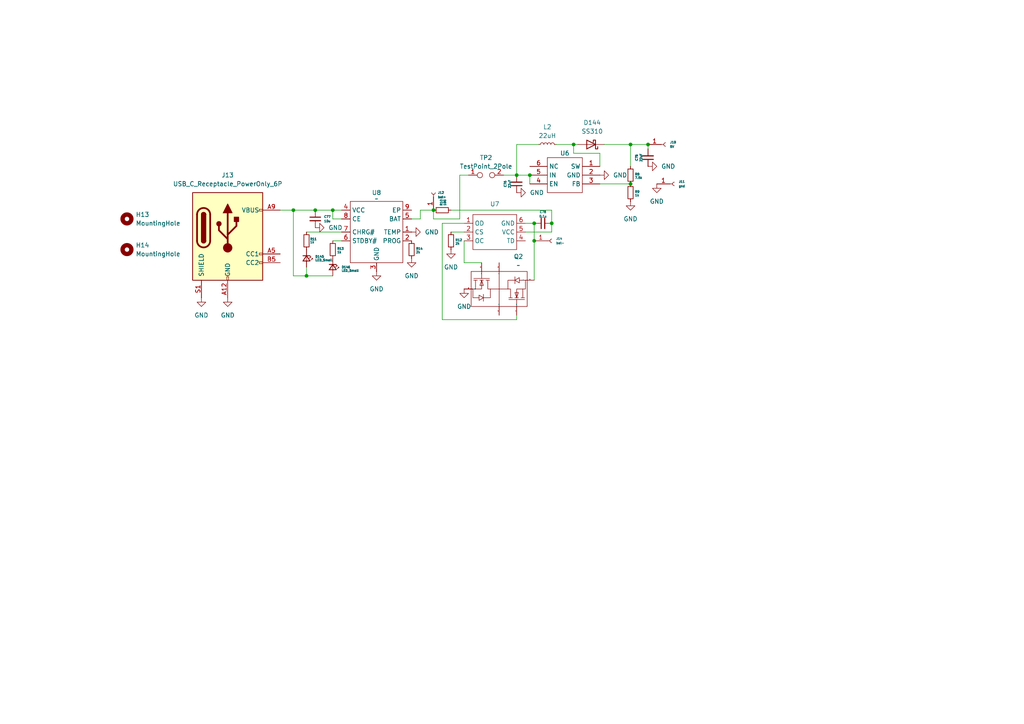
<source format=kicad_sch>
(kicad_sch (version 20250114) (generator "eeschema") (generator_version "9.0")
  (paper "A4")
  (lib_symbols
    (symbol "Connector:Conn_01x01_Socket" (pin_names (offset 1.016) (hide yes))
      (property "Reference" "J" (at 0 2.54 0))
      (property "Value" "Conn_01x01_Socket" (at 0 -2.54 0))
      (symbol "Conn_01x01_Socket_1_1"
        (polyline (pts (xy -1.27 0) (xy -0.508 0)) (stroke (width 0.1524)))
        (arc (start 0 -0.508) (mid -0.5058 0) (end 0 0.508) (stroke (width 0.1524)))
        (pin passive line (at -5.08 0 0) (length 3.81) (name "Pin_1") (number "1"))
      )
    )
    (symbol "Connector:TestPoint_2Pole" (pin_names (offset 0.762) (hide yes))
      (property "Reference" "TP" (at 0 1.524 0))
      (property "Value" "TestPoint_2Pole" (at 0 -1.778 0))
      (symbol "TestPoint_2Pole_0_1"
        (circle (center -1.778 0) (radius 0.762))
        (circle (center 1.778 0) (radius 0.762))
        (pin passive line (at -5.08 0 0) (length 2.54) (name "1") (number "1"))
        (pin passive line (at 5.08 0 180) (length 2.54) (name "2") (number "2"))
      )
    )
    (symbol "Connector:USB_C_Receptacle_PowerOnly_6P" (pin_names (offset 1.016))
      (property "Reference" "J" (at 0 16.51 0))
      (property "Value" "USB_C_Receptacle_PowerOnly_6P" (at 0 13.97 0))
      (symbol "USB_C_Receptacle_PowerOnly_6P_0_0"
        (rectangle (start -0.254 -12.7) (end 0.254 -11.684))
        (rectangle (start 10.16 7.874) (end 9.144 7.366))
        (rectangle (start 10.16 -4.826) (end 9.144 -5.334))
        (rectangle (start 10.16 -7.366) (end 9.144 -7.874))
      )
      (symbol "USB_C_Receptacle_PowerOnly_6P_0_1"
        (rectangle (start -10.16 12.7) (end 10.16 -12.7) (stroke (width 0.254)) (fill (type background)))
        (polyline (pts (xy -8.89 -1.27) (xy -8.89 6.35)) (stroke (width 0.508)))
        (rectangle (start -7.62 -1.27) (end -6.35 6.35) (stroke (width 0.254)) (fill (type outline)))
        (arc (start -7.62 6.35) (mid -6.985 6.9823) (end -6.35 6.35) (stroke (width 0.254)))
        (arc (start -7.62 6.35) (mid -6.985 6.9823) (end -6.35 6.35) (stroke (width 0.254)) (fill (type outline)))
        (arc (start -8.89 6.35) (mid -6.985 8.2467) (end -5.08 6.35) (stroke (width 0.508)))
        (arc (start -5.08 -1.27) (mid -6.985 -3.1667) (end -8.89 -1.27) (stroke (width 0.508)))
        (arc (start -6.35 -1.27) (mid -6.985 -1.9023) (end -7.62 -1.27) (stroke (width 0.254)))
        (arc (start -6.35 -1.27) (mid -6.985 -1.9023) (end -7.62 -1.27) (stroke (width 0.254)) (fill (type outline)))
        (polyline (pts (xy -5.08 6.35) (xy -5.08 -1.27)) (stroke (width 0.508)))
        (circle (center -2.54 3.683) (radius 0.635) (stroke (width 0.254)) (fill (type outline)))
        (polyline (pts (xy -1.27 6.858) (xy 0 9.398) (xy 1.27 6.858) (xy -1.27 6.858)) (stroke (width 0.254)) (fill (type outline)))
        (polyline (pts (xy 0 0.508) (xy 2.54 3.048) (xy 2.54 4.318)) (stroke (width 0.508)))
        (polyline (pts (xy 0 -0.762) (xy -2.54 1.778) (xy -2.54 3.048)) (stroke (width 0.508)))
        (polyline (pts (xy 0 -3.302) (xy 0 6.858)) (stroke (width 0.508)))
        (circle (center 0 -3.302) (radius 1.27) (fill (type outline)))
        (rectangle (start 1.905 4.318) (end 3.175 5.588) (stroke (width 0.254)) (fill (type outline)))
      )
      (symbol "USB_C_Receptacle_PowerOnly_6P_1_1"
        (pin passive line (at -7.62 -17.78 90) (length 5.08) (name "SHIELD") (number "S1"))
        (pin passive line (at 0 -17.78 90) (length 5.08) (name "GND") (number "A12"))
        (pin passive line (at 0 -17.78 90) (length 5.08) (hide yes) (name "GND") (number "B12"))
        (pin passive line (at 15.24 7.62 180) (length 5.08) (name "VBUS") (number "A9"))
        (pin passive line (at 15.24 7.62 180) (length 5.08) (hide yes) (name "VBUS") (number "B9"))
        (pin bidirectional line (at 15.24 -5.08 180) (length 5.08) (name "CC1") (number "A5"))
        (pin bidirectional line (at 15.24 -7.62 180) (length 5.08) (name "CC2") (number "B5"))
      )
    )
    (symbol "DW01+G ProLib Nov 19 2025:DW01+G"
      (property "Reference" "U?" (at 0 16.51 0))
      (property "Value" "~" (at 0 13.97 0))
      (symbol "DW01+G_1_0"
        (rectangle (start -6.35 11.43) (end 6.35 1.27))
        (pin unspecified line (at -8.89 8.89 0) (length 2.54) (name "OD") (number "1"))
        (pin unspecified line (at -8.89 6.35 0) (length 2.54) (name "CS") (number "2"))
        (pin unspecified line (at -8.89 3.81 0) (length 2.54) (name "OC") (number "3"))
        (pin unspecified line (at 8.89 8.89 180) (length 2.54) (name "GND") (number "6"))
        (pin unspecified line (at 8.89 6.35 180) (length 2.54) (name "VCC") (number "5"))
        (pin unspecified line (at 8.89 3.81 180) (length 2.54) (name "TD") (number "4"))
      )
    )
    (symbol "Device:C_Small" (pin_numbers (hide yes)) (pin_names (offset 0.254) (hide yes))
      (property "Reference" "C" (at 0.254 1.778 0))
      (property "Value" "C_Small" (at 0.254 -2.032 0))
      (symbol "C_Small_0_1"
        (polyline (pts (xy -1.524 0.508) (xy 1.524 0.508)) (stroke (width 0.3048)))
        (polyline (pts (xy -1.524 -0.508) (xy 1.524 -0.508)) (stroke (width 0.3302)))
      )
      (symbol "C_Small_1_1"
        (pin passive line (at 0 2.54 270) (length 2.032) (name "~") (number "1"))
        (pin passive line (at 0 -2.54 90) (length 2.032) (name "~") (number "2"))
      )
    )
    (symbol "Device:D_Schottky" (pin_numbers (hide yes)) (pin_names (offset 1.016) (hide yes))
      (property "Reference" "D" (at 0 2.54 0))
      (property "Value" "D_Schottky" (at 0 -2.54 0))
      (symbol "D_Schottky_0_1"
        (polyline (pts (xy -1.905 0.635) (xy -1.905 1.27) (xy -1.27 1.27) (xy -1.27 -1.27) (xy -0.635 -1.27) (xy -0.635 -0.635)) (stroke (width 0.254)))
        (polyline (pts (xy 1.27 1.27) (xy 1.27 -1.27) (xy -1.27 0) (xy 1.27 1.27)) (stroke (width 0.254)))
        (polyline (pts (xy 1.27 0) (xy -1.27 0)))
      )
      (symbol "D_Schottky_1_1"
        (pin passive line (at -3.81 0 0) (length 2.54) (name "K") (number "1"))
        (pin passive line (at 3.81 0 180) (length 2.54) (name "A") (number "2"))
      )
    )
    (symbol "Device:LED_Small" (pin_numbers (hide yes)) (pin_names (offset 0.254) (hide yes))
      (property "Reference" "D" (at -1.27 3.175 0))
      (property "Value" "LED_Small" (at -4.445 -2.54 0))
      (symbol "LED_Small_0_1"
        (polyline (pts (xy -0.762 -1.016) (xy -0.762 1.016)) (stroke (width 0.254)))
        (polyline (pts (xy 0 0.762) (xy -0.508 1.27) (xy -0.254 1.27) (xy -0.508 1.27) (xy -0.508 1.016)))
        (polyline (pts (xy 0.508 1.27) (xy 0 1.778) (xy 0.254 1.778) (xy 0 1.778) (xy 0 1.524)))
        (polyline (pts (xy 0.762 -1.016) (xy -0.762 0) (xy 0.762 1.016) (xy 0.762 -1.016)) (stroke (width 0.254)))
        (polyline (pts (xy 1.016 0) (xy -0.762 0)))
      )
      (symbol "LED_Small_1_1"
        (pin passive line (at -2.54 0 0) (length 1.778) (name "K") (number "1"))
        (pin passive line (at 2.54 0 180) (length 1.778) (name "A") (number "2"))
      )
    )
    (symbol "Device:L_Small" (pin_numbers (hide yes)) (pin_names (offset 0.254) (hide yes))
      (property "Reference" "L" (at 0.762 1.016 0))
      (property "Value" "L_Small" (at 0.762 -1.016 0))
      (symbol "L_Small_0_1"
        (arc (start 0 2.032) (mid 0.5058 1.524) (end 0 1.016))
        (arc (start 0 1.016) (mid 0.5058 0.508) (end 0 0))
        (arc (start 0 0) (mid 0.5058 -0.508) (end 0 -1.016))
        (arc (start 0 -1.016) (mid 0.5058 -1.524) (end 0 -2.032))
      )
      (symbol "L_Small_1_1"
        (pin passive line (at 0 2.54 270) (length 0.508) (name "~") (number "1"))
        (pin passive line (at 0 -2.54 90) (length 0.508) (name "~") (number "2"))
      )
    )
    (symbol "Device:R_Small" (pin_numbers (hide yes)) (pin_names (offset 0.254) (hide yes))
      (property "Reference" "R" (at 0 0 90))
      (property "Value" "R_Small" (at 1.778 0 90))
      (symbol "R_Small_0_1"
        (rectangle (start -0.762 1.778) (end 0.762 -1.778) (stroke (width 0.2032)))
      )
      (symbol "R_Small_1_1"
        (pin passive line (at 0 2.54 270) (length 0.762) (name "~") (number "1"))
        (pin passive line (at 0 -2.54 90) (length 0.762) (name "~") (number "2"))
      )
    )
    (symbol "FS8205 ProLib Nov 19 2025:FS8205"
      (property "Reference" "Q" (at 0 0 0))
      (symbol "FS8205_1_0"
        (rectangle (start -8.128 -5.08) (end 8.128 5.08))
        (polyline (pts (xy -7.366 2.54) (xy -6.35 2.54)))
        (polyline (pts (xy -6.858 0) (xy -6.858 2.54)))
        (polyline (pts (xy -5.588 2.54) (xy -4.572 2.54)))
        (polyline (pts (xy -5.08 5.08) (xy -5.08 3.048)))
        (polyline (pts (xy -5.08 2.54) (xy -5.588 1.016) (xy -5.588 1.016) (xy -4.572 1.016) (xy -4.572 1.016) (xy -5.08 2.54)))
        (polyline (pts (xy -5.08 2.54) (xy -5.08 0) (xy -5.08 0) (xy -7.62 0) (xy -7.62 0) (xy -7.62 -2.54) (xy -7.62 -2.54) (xy -5.842 -2.54)))
        (polyline (pts (xy -4.572 -2.54) (xy -5.842 -1.778) (xy -5.842 -1.778) (xy -5.842 -3.302) (xy -5.842 -3.302) (xy -4.572 -2.54)))
        (polyline (pts (xy -4.572 -3.556) (xy -4.572 -3.048) (xy -4.572 -3.048) (xy -4.572 -2.032) (xy -4.572 -2.032) (xy -4.572 -1.524)))
        (polyline (pts (xy -3.302 2.54) (xy -3.302 0) (xy -3.302 0) (xy -2.54 0) (xy -2.54 0) (xy -2.54 -2.54) (xy -2.54 -2.54) (xy -4.572 -2.54)))
        (polyline (pts (xy -2.794 3.048) (xy -7.366 3.048)))
        (polyline (pts (xy -2.794 2.54) (xy -3.81 2.54)))
        (polyline (pts (xy 0 5.08) (xy 0 -5.08)))
        (polyline (pts (xy 2.54 0) (xy -2.54 0)))
        (polyline (pts (xy 2.794 -2.54) (xy 3.81 -2.54)))
        (polyline (pts (xy 2.794 -3.048) (xy 7.366 -3.048)))
        (polyline (pts (xy 3.302 -2.54) (xy 3.302 0) (xy 3.302 0) (xy 2.54 0) (xy 2.54 0) (xy 2.54 2.54) (xy 2.54 2.54) (xy 4.572 2.54)))
        (polyline (pts (xy 4.572 3.556) (xy 4.572 3.048) (xy 4.572 3.048) (xy 4.572 2.032) (xy 4.572 2.032) (xy 4.572 1.524)))
        (polyline (pts (xy 4.572 2.54) (xy 5.842 1.778) (xy 5.842 1.778) (xy 5.842 3.302) (xy 5.842 3.302) (xy 4.572 2.54)))
        (polyline (pts (xy 5.08 -2.54) (xy 5.588 -1.016) (xy 5.588 -1.016) (xy 4.572 -1.016) (xy 4.572 -1.016) (xy 5.08 -2.54)))
        (polyline (pts (xy 5.08 -2.54) (xy 5.08 0) (xy 5.08 0) (xy 7.62 0) (xy 7.62 0) (xy 7.62 2.54) (xy 7.62 2.54) (xy 5.842 2.54)))
        (polyline (pts (xy 5.08 -5.08) (xy 5.08 -3.048)))
        (polyline (pts (xy 5.588 -2.54) (xy 4.572 -2.54)))
        (polyline (pts (xy 6.858 0) (xy 6.858 -2.54)))
        (polyline (pts (xy 7.366 -2.54) (xy 6.35 -2.54)))
        (pin unspecified line (at -10.16 0 0) (length 2.54) (name "S1") (number "1"))
        (pin unspecified line (at -5.08 7.62 270) (length 2.54) (name "G1") (number "6"))
        (pin unspecified line (at 0 7.62 270) (length 2.54) (name "D12") (number "2"))
        (pin unspecified line (at 0 -7.62 90) (length 2.54) (name "D12") (number "5"))
        (pin unspecified line (at 5.08 -7.62 90) (length 2.54) (name "G2") (number "4"))
        (pin unspecified line (at 10.16 2.54 180) (length 2.54) (name "S2") (number "3"))
      )
    )
    (symbol "Mechanical:MountingHole" (pin_names (offset 1.016)) (in_bom no)
      (property "Reference" "H" (at 0 5.08 0))
      (property "Value" "MountingHole" (at 0 3.175 0))
      (symbol "MountingHole_0_1"
        (circle (center 0 0) (radius 1.27) (stroke (width 1.27)))
      )
    )
    (symbol "ProLib Nov 19 2025:TP4056_C382139"
      (property "Reference" "U?" (at 0 22.86 0))
      (property "Value" "~" (at 0 21.082 0))
      (symbol "TP4056_C382139_1_0"
        (rectangle (start -7.62 20.32) (end 7.62 2.54))
        (pin unspecified line (at -10.16 17.78 0) (length 2.54) (name "VCC") (number "4"))
        (pin unspecified line (at -10.16 15.24 0) (length 2.54) (name "CE") (number "8"))
        (pin unspecified line (at -10.16 11.43 0) (length 2.54) (name "CHRG#") (number "7"))
        (pin unspecified line (at -10.16 8.89 0) (length 2.54) (name "STDBY#") (number "6"))
        (pin unspecified line (at 0 0 90) (length 2.54) (name "GND") (number "3"))
        (pin unspecified line (at 10.16 17.78 180) (length 2.54) (name "EP") (number "9"))
        (pin unspecified line (at 10.16 15.24 180) (length 2.54) (name "BAT") (number "5"))
        (pin unspecified line (at 10.16 11.43 180) (length 2.54) (name "TEMP") (number "1"))
        (pin unspecified line (at 10.16 8.89 180) (length 2.54) (name "PROG") (number "2"))
      )
    )
    (symbol "SDB628 ProLib Nov 19 2025:SDB628"
      (property "Reference" "U?" (at 0 12.7 0))
      (symbol "SDB628_1_0"
        (rectangle (start -5.08 11.43) (end 5.08 1.27))
        (pin unspecified line (at -10.16 8.89 0) (length 5.08) (name "NC") (number "6"))
        (pin unspecified line (at -10.16 6.35 0) (length 5.08) (name "IN") (number "5"))
        (pin unspecified line (at -10.16 3.81 0) (length 5.08) (name "EN") (number "4"))
        (pin unspecified line (at 10.16 8.89 180) (length 5.08) (name "SW") (number "1"))
        (pin unspecified line (at 10.16 6.35 180) (length 5.08) (name "GND") (number "2"))
        (pin unspecified line (at 10.16 3.81 180) (length 5.08) (name "FB") (number "3"))
      )
    )
    (symbol "power:GND" (power) (pin_numbers (hide yes)) (pin_names (offset 0) (hide yes))
      (property "Value" "GND" (at 0 -3.81 0))
      (symbol "GND_0_1"
        (polyline (pts (xy 0 0) (xy 0 -1.27) (xy 1.27 -1.27) (xy 0 -2.54) (xy -1.27 -1.27) (xy 0 -1.27)))
      )
      (symbol "GND_1_1"
        (pin power_in line (at 0 0 270) (length 0) (name "~") (number "1"))
      )
    )
  )
  (junction (at 153.67 50.8))
  (junction (at 125.73 60.96))
  (junction (at 160.02 64.77))
  (junction (at 154.94 64.77))
  (junction (at 88.9 80.01))
  (junction (at 187.96 41.91))
  (junction (at 96.52 60.96))
  (junction (at 154.94 69.85))
  (junction (at 182.88 53.34))
  (junction (at 166.37 41.91))
  (junction (at 85.09 60.96))
  (junction (at 182.88 41.91))
  (junction (at 149.86 50.8))
  (junction (at 91.44 60.96))
  (wire (pts (xy 121.92 60.96) (xy 125.73 60.96)))
  (wire (pts (xy 128.27 64.77) (xy 134.62 64.77)))
  (wire (pts (xy 182.88 53.34) (xy 173.99 53.34)))
  (wire (pts (xy 96.52 63.5) (xy 96.52 60.96)))
  (wire (pts (xy 85.09 80.01) (xy 85.09 60.96)))
  (wire (pts (xy 154.94 69.85) (xy 154.94 81.28)))
  (wire (pts (xy 121.92 63.5) (xy 121.92 60.96)))
  (wire (pts (xy 133.35 50.8) (xy 135.89 50.8)))
  (wire (pts (xy 134.62 69.85) (xy 134.62 76.2)))
  (wire (pts (xy 187.96 41.91) (xy 182.88 41.91)))
  (wire (pts (xy 85.09 60.96) (xy 91.44 60.96)))
  (wire (pts (xy 128.27 92.71) (xy 149.86 92.71)))
  (wire (pts (xy 96.52 69.85) (xy 99.06 69.85)))
  (wire (pts (xy 134.62 76.2) (xy 139.7 76.2)))
  (wire (pts (xy 149.86 91.44) (xy 149.86 92.71)))
  (wire (pts (xy 128.27 64.77) (xy 128.27 92.71)))
  (wire (pts (xy 187.96 43.18) (xy 187.96 41.91)))
  (wire (pts (xy 88.9 80.01) (xy 85.09 80.01)))
  (wire (pts (xy 166.37 44.45) (xy 173.99 44.45)))
  (wire (pts (xy 125.73 63.5) (xy 125.73 60.96)))
  (wire (pts (xy 153.67 53.34) (xy 153.67 50.8)))
  (wire (pts (xy 130.81 67.31) (xy 134.62 67.31)))
  (wire (pts (xy 133.35 63.5) (xy 125.73 63.5)))
  (wire (pts (xy 99.06 63.5) (xy 96.52 63.5)))
  (wire (pts (xy 88.9 80.01) (xy 96.52 80.01)))
  (wire (pts (xy 160.02 67.31) (xy 160.02 64.77)))
  (wire (pts (xy 160.02 60.96) (xy 160.02 64.77)))
  (wire (pts (xy 96.52 60.96) (xy 99.06 60.96)))
  (wire (pts (xy 88.9 67.31) (xy 99.06 67.31)))
  (wire (pts (xy 166.37 41.91) (xy 166.37 44.45)))
  (wire (pts (xy 81.28 60.96) (xy 85.09 60.96)))
  (wire (pts (xy 149.86 50.8) (xy 149.86 41.91)))
  (wire (pts (xy 146.05 50.8) (xy 149.86 50.8)))
  (wire (pts (xy 173.99 44.45) (xy 173.99 48.26)))
  (wire (pts (xy 91.44 60.96) (xy 96.52 60.96)))
  (wire (pts (xy 88.9 77.47) (xy 88.9 80.01)))
  (wire (pts (xy 119.38 63.5) (xy 121.92 63.5)))
  (wire (pts (xy 166.37 41.91) (xy 167.64 41.91)))
  (wire (pts (xy 161.29 41.91) (xy 166.37 41.91)))
  (wire (pts (xy 154.94 64.77) (xy 152.4 64.77)))
  (wire (pts (xy 152.4 67.31) (xy 160.02 67.31)))
  (wire (pts (xy 149.86 50.8) (xy 153.67 50.8)))
  (wire (pts (xy 130.81 60.96) (xy 160.02 60.96)))
  (wire (pts (xy 182.88 48.26) (xy 182.88 41.91)))
  (wire (pts (xy 182.88 41.91) (xy 175.26 41.91)))
  (wire (pts (xy 154.94 64.77) (xy 154.94 69.85)))
  (wire (pts (xy 133.35 63.5) (xy 133.35 50.8)))
  (wire (pts (xy 149.86 41.91) (xy 156.21 41.91)))
  (symbol (lib_id "Connector:Conn_01x01_Socket") (at 195.58 53.34 0) (unit 1)
    (property "Reference" "J6" (at 196.85 52.705 0) (effects (font (size 0.635 0.635)) (justify left)))
    (property "Value" "gnd" (at 196.85 53.975 0) (effects (font (size 0.635 0.635)) (justify left)))
    (property "Footprint" "TestPoint:TestPoint_THTPad_1.0x1.0mm_Drill0.5mm" (effects (hide yes)))
    (property "Description" "Generic connector, single row, 01x01, script generated" (effects (hide yes)))
    (instances (project "Wren" (path "" (reference "J11") (unit 1)) (path "" (reference "J6") (unit 1))))
  )
  (symbol (lib_id "Device:R_Small") (at 96.52 72.39 0) (unit 1)
    (property "Reference" "R6" (at 97.79 72.136 0) (effects (font (size 0.635 0.635)) (justify left)))
    (property "Value" "1k" (at 97.79 73.152 0) (effects (font (size 0.635 0.635)) (justify left)))
    (property "Footprint" "Resistor_SMD:R_0805_2012Metric_Pad1.20x1.40mm_HandSolder" (effects (hide yes)))
    (property "Description" "Resistor, small symbol" (effects (hide yes)))
    (instances (project "Wren" (path "" (reference "R13") (unit 1)) (path "" (reference "R6") (unit 1))))
  )
  (symbol (lib_id "Mechanical:MountingHole") (at 36.83 72.39 0) (unit 1) (in_bom no)
    (property "Reference" "H12" (at 39.37 71.1199 0) (effects (justify left)))
    (property "Value" "MountingHole" (at 39.37 73.6599 0) (effects (justify left)))
    (property "Footprint" "MountingHole:MountingHole_3.2mm_M3" (effects (hide yes)))
    (property "Description" "Mounting Hole without connection" (effects (hide yes)))
    (instances (project "Wren" (path "" (reference "H14") (unit 1)) (path "" (reference "H12") (unit 1))))
  )
  (symbol (lib_id "Device:LED_Small") (at 88.9 74.93 270) (unit 1)
    (property "Reference" "D142" (at 91.44 74.422 90) (effects (font (size 0.635 0.635)) (justify left)))
    (property "Value" "LED_Small" (at 91.44 75.438 90) (effects (font (size 0.635 0.635)) (justify left)))
    (property "Footprint" "Capacitor_SMD:C_0805_2012Metric_Pad1.18x1.45mm_HandSolder" (effects (hide yes)))
    (property "Description" "Light emitting diode, small symbol" (effects (hide yes)))
    (property "Sim.Pin" "1=K 2=A" (effects (hide yes)))
    (instances (project "Wren" (path "" (reference "D145") (unit 1)) (path "" (reference "D142") (unit 1))))
  )
  (symbol (lib_id "ProLib Nov 19 2025:TP4056_C382139") (at 109.22 78.74 0) (unit 1)
    (property "Reference" "U5" (at 109.22 55.88 0))
    (property "Value" "~" (at 109.22 57.658 0))
    (property "Footprint" "TP4056 Model by Texas Instruments:SOP127P600X175-9N" (effects (hide yes)))
    (property "Datasheet" "https://item.szlcsc.com/datasheet/TP4056/354934.html" (effects (hide yes)))
    (property "Description" "The Chip Type:- Voltage - Supply:4V~6V Voltage - Supply:4V~6V Charge Current - Max:- Charging Saturation Voltage:4.2V Type of Battery:Lithium-ion/Polymer Number of Cells:1 Number of Cells:1 Operating Temperature:-40°C~+85°C Operating Temperature:-40°C~+85°C" (effects (hide yes)))
    (property "Manufacturer Part" "TP4056" (effects (hide yes)))
    (property "Manufacturer" "TPOWER(天源)" (effects (hide yes)))
    (property "Supplier Part" "C382139" (effects (hide yes)))
    (property "Supplier" "LCSC" (effects (hide yes)))
    (property "LCSC Part Name" "1A锂电池充电IC" (effects (hide yes)))
    (instances (project "Wren" (path "" (reference "U8") (unit 1)) (path "" (reference "U5") (unit 1))))
  )
  (symbol (lib_id "Device:C_Small") (at 91.44 63.5 0) (unit 1)
    (property "Reference" "C73" (at 93.98 62.8713 0) (effects (font (size 0.635 0.635)) (justify left)))
    (property "Value" "10u" (at 93.98 64.1413 0) (effects (font (size 0.635 0.635)) (justify left)))
    (property "Footprint" "Capacitor_SMD:C_0805_2012Metric_Pad1.18x1.45mm_HandSolder" (effects (hide yes)))
    (property "Description" "Unpolarized capacitor, small symbol" (effects (hide yes)))
    (instances (project "Wren" (path "" (reference "C77") (unit 1)) (path "" (reference "C73") (unit 1))))
  )
  (symbol (lib_id "Connector:USB_C_Receptacle_PowerOnly_6P") (at 66.04 68.58 0) (unit 1)
    (property "Reference" "J8" (at 66.04 50.8 0))
    (property "Value" "USB_C_Receptacle_PowerOnly_6P" (at 66.04 53.34 0))
    (property "Footprint" "Connector_USB:USB_C_Receptacle_GCT_USB4125-xx-x_6P_TopMnt_Horizontal" (effects (hide yes)))
    (property "Datasheet" "https://www.usb.org/sites/default/files/documents/usb_type-c.zip" (effects (hide yes)))
    (property "Description" "USB Power-Only 6P Type-C Receptacle connector" (effects (hide yes)))
    (instances (project "Wren" (path "" (reference "J13") (unit 1)) (path "" (reference "J8") (unit 1))))
  )
  (symbol (lib_id "Device:R_Small") (at 119.38 72.39 0) (unit 1)
    (property "Reference" "R7" (at 120.65 72.136 0) (effects (font (size 0.635 0.635)) (justify left)))
    (property "Value" "2k" (at 120.65 73.152 0) (effects (font (size 0.635 0.635)) (justify left)))
    (property "Footprint" "Resistor_SMD:R_0805_2012Metric_Pad1.20x1.40mm_HandSolder" (effects (hide yes)))
    (property "Description" "Resistor, small symbol" (effects (hide yes)))
    (instances (project "Wren" (path "" (reference "R14") (unit 1)) (path "" (reference "R7") (unit 1))))
  )
  (symbol (lib_id "power:GND") (at 134.62 83.82 0) (unit 1)
    (property "Reference" "#PWR0159" (effects (hide yes)))
    (property "Value" "GND" (at 134.62 88.9 0))
    (property "Description" "Power symbol creates a global label with name \"GND\" , ground" (effects (hide yes)))
    (instances (project "Wren" (path "" (reference "#PWR0172") (unit 1)) (path "" (reference "#PWR0159") (unit 1))))
  )
  (symbol (lib_id "Device:D_Schottky") (at 171.45 41.91 180) (unit 1)
    (property "Reference" "D141" (at 171.7675 35.56 0))
    (property "Value" "SS310" (at 171.7675 38.1 0))
    (property "Footprint" "Diode_SMD:D_3220_8050Metric_Pad2.65x5.15mm_HandSolder" (effects (hide yes)))
    (property "Description" "Schottky diode" (effects (hide yes)))
    (instances (project "Wren" (path "" (reference "D144") (unit 1)) (path "" (reference "D141") (unit 1))))
  )
  (symbol (lib_id "Mechanical:MountingHole") (at 36.83 63.5 0) (unit 1) (in_bom no)
    (property "Reference" "H11" (at 39.37 62.2299 0) (effects (justify left)))
    (property "Value" "MountingHole" (at 39.37 64.7699 0) (effects (justify left)))
    (property "Footprint" "MountingHole:MountingHole_3.2mm_M3" (effects (hide yes)))
    (property "Description" "Mounting Hole without connection" (effects (hide yes)))
    (instances (project "Wren" (path "" (reference "H13") (unit 1)) (path "" (reference "H11") (unit 1))))
  )
  (symbol (lib_id "Connector:Conn_01x01_Socket") (at 125.73 55.88 90) (unit 1)
    (property "Reference" "J7" (at 127 55.88 90) (effects (font (size 0.635 0.635)) (justify right)))
    (property "Value" "bat+" (at 127 57.15 90) (effects (font (size 0.635 0.635)) (justify right)))
    (property "Footprint" "TestPoint:TestPoint_THTPad_1.0x1.0mm_Drill0.5mm" (effects (hide yes)))
    (property "Description" "Generic connector, single row, 01x01, script generated" (effects (hide yes)))
    (instances (project "Wren" (path "" (reference "J12") (unit 1)) (path "" (reference "J7") (unit 1))))
  )
  (symbol (lib_id "Device:R_Small") (at 182.88 50.8 0) (unit 1)
    (property "Reference" "R1" (at 184.15 50.546 0) (effects (font (size 0.635 0.635)) (justify left)))
    (property "Value" "7.5k" (at 184.15 51.562 0) (effects (font (size 0.635 0.635)) (justify left)))
    (property "Footprint" "Resistor_SMD:R_0805_2012Metric_Pad1.20x1.40mm_HandSolder" (effects (hide yes)))
    (property "Description" "Resistor, small symbol" (effects (hide yes)))
    (instances (project "Wren" (path "" (reference "R8") (unit 1)) (path "" (reference "R1") (unit 1))))
  )
  (symbol (lib_id "power:GND") (at 130.81 72.39 0) (unit 1)
    (property "Reference" "#PWR0156" (effects (hide yes)))
    (property "Value" "GND" (at 130.81 77.47 0))
    (property "Description" "Power symbol creates a global label with name \"GND\" , ground" (effects (hide yes)))
    (instances (project "Wren" (path "" (reference "#PWR0169") (unit 1)) (path "" (reference "#PWR0156") (unit 1))))
  )
  (symbol (lib_id "power:GND") (at 58.42 86.36 0) (unit 1)
    (property "Reference" "#PWR0160" (effects (hide yes)))
    (property "Value" "GND" (at 58.42 91.44 0))
    (property "Description" "Power symbol creates a global label with name \"GND\" , ground" (effects (hide yes)))
    (instances (project "Wren" (path "" (reference "#PWR0173") (unit 1)) (path "" (reference "#PWR0160") (unit 1))))
  )
  (symbol (lib_id "Connector:Conn_01x01_Socket") (at 160.02 69.85 0) (unit 1)
    (property "Reference" "J9" (at 161.29 69.215 0) (effects (font (size 0.635 0.635)) (justify left)))
    (property "Value" "bat-" (at 161.29 70.485 0) (effects (font (size 0.635 0.635)) (justify left)))
    (property "Footprint" "TestPoint:TestPoint_THTPad_1.0x1.0mm_Drill0.5mm" (effects (hide yes)))
    (property "Description" "Generic connector, single row, 01x01, script generated" (effects (hide yes)))
    (instances (project "Wren" (path "" (reference "J14") (unit 1)) (path "" (reference "J9") (unit 1))))
  )
  (symbol (lib_id "Device:L_Small") (at 158.75 41.91 90) (unit 1)
    (property "Reference" "L1" (at 158.75 36.83 90))
    (property "Value" "22uH" (at 158.75 39.37 90))
    (property "Footprint" "Assets:SMRH74-220MT" (effects (hide yes)))
    (property "Description" "Inductor, small symbol" (effects (hide yes)))
    (instances (project "Wren" (path "" (reference "L2") (unit 1)) (path "" (reference "L1") (unit 1))))
  )
  (symbol (lib_id "Device:R_Small") (at 182.88 55.88 0) (unit 1)
    (property "Reference" "R2" (at 184.15 55.626 0) (effects (font (size 0.635 0.635)) (justify left)))
    (property "Value" "1k" (at 184.15 56.642 0) (effects (font (size 0.635 0.635)) (justify left)))
    (property "Footprint" "Resistor_SMD:R_0805_2012Metric_Pad1.20x1.40mm_HandSolder" (effects (hide yes)))
    (property "Description" "Resistor, small symbol" (effects (hide yes)))
    (instances (project "Wren" (path "" (reference "R9") (unit 1)) (path "" (reference "R2") (unit 1))))
  )
  (symbol (lib_id "DW01+G ProLib Nov 19 2025:DW01+G") (at 143.51 73.66 0) (unit 1)
    (property "Reference" "U4" (at 143.51 59.182 0))
    (property "Footprint" "FS8205 Model by Fortune Semiconductor:SOT95P280X145-6N" (effects (hide yes)))
    (property "Datasheet" "https://item.szlcsc.com/datasheet/DW01%252BG/14870.html" (effects (hide yes)))
    (property "Description" "The Chip Type:Protection IC Voltage - Supply:2.5V~4.35V Voltage - Supply:2.5V~4.35V Charge Current - Max:- Charging Saturation Voltage:4.3V End-Off Voltage:3V Type of Battery:Lithium Battery Number of Cells:1 Number of Cells:1 Operating Temperature:-40°C~+" (effects (hide yes)))
    (property "Manufacturer Part" "DW01+G" (effects (hide yes)))
    (property "Manufacturer" "FORTUNE(富晶)" (effects (hide yes)))
    (property "Supplier Part" "C14213" (effects (hide yes)))
    (property "Supplier" "LCSC" (effects (hide yes)))
    (property "LCSC Part Name" "单节锂离子/聚合物电池保护IC" (effects (hide yes)))
    (instances (project "Wren" (path "" (reference "U7") (unit 1)) (path "" (reference "U4") (unit 1))))
  )
  (symbol (lib_id "Device:R_Small") (at 130.81 69.85 0) (unit 1)
    (property "Reference" "R5" (at 132.08 69.596 0) (effects (font (size 0.635 0.635)) (justify left)))
    (property "Value" "2k" (at 132.08 70.612 0) (effects (font (size 0.635 0.635)) (justify left)))
    (property "Footprint" "Resistor_SMD:R_0805_2012Metric_Pad1.20x1.40mm_HandSolder" (effects (hide yes)))
    (property "Description" "Resistor, small symbol" (effects (hide yes)))
    (instances (project "Wren" (path "" (reference "R12") (unit 1)) (path "" (reference "R5") (unit 1))))
  )
  (symbol (lib_id "Device:C_Small") (at 149.86 53.34 180) (unit 1)
    (property "Reference" "C72" (at 146.558 53.34 90) (effects (font (size 0.635 0.635))))
    (property "Value" "22uF" (at 147.828 53.34 90) (effects (font (size 0.635 0.635))))
    (property "Footprint" "Capacitor_SMD:C_0805_2012Metric_Pad1.18x1.45mm_HandSolder" (effects (hide yes)))
    (property "Description" "Unpolarized capacitor, small symbol" (effects (hide yes)))
    (instances (project "Wren" (path "" (reference "C76") (unit 1)) (path "" (reference "C72") (unit 1))))
  )
  (symbol (lib_id "Device:C_Small") (at 187.96 45.72 180) (unit 1)
    (property "Reference" "C71" (at 184.658 45.72 90) (effects (font (size 0.635 0.635))))
    (property "Value" "22uF" (at 185.928 45.72 90) (effects (font (size 0.635 0.635))))
    (property "Footprint" "Capacitor_SMD:C_0805_2012Metric_Pad1.18x1.45mm_HandSolder" (effects (hide yes)))
    (property "Description" "Unpolarized capacitor, small symbol" (effects (hide yes)))
    (instances (project "Wren" (path "" (reference "C75") (unit 1)) (path "" (reference "C71") (unit 1))))
  )
  (symbol (lib_id "Device:C_Small") (at 157.48 64.77 90) (unit 1)
    (property "Reference" "C74" (at 157.48 61.468 90) (effects (font (size 0.635 0.635))))
    (property "Value" "0.1u" (at 157.48 62.738 90) (effects (font (size 0.635 0.635))))
    (property "Footprint" "Capacitor_SMD:C_0805_2012Metric_Pad1.18x1.45mm_HandSolder" (effects (hide yes)))
    (property "Description" "Unpolarized capacitor, small symbol" (effects (hide yes)))
    (instances (project "Wren" (path "" (reference "C78") (unit 1)) (path "" (reference "C74") (unit 1))))
  )
  (symbol (lib_id "power:GND") (at 149.86 55.88 90) (unit 1)
    (property "Reference" "#PWR0152" (effects (hide yes)))
    (property "Value" "GND" (at 153.67 55.8799 90) (effects (justify right)))
    (property "Description" "Power symbol creates a global label with name \"GND\" , ground" (effects (hide yes)))
    (instances (project "Wren" (path "" (reference "#PWR0165") (unit 1)) (path "" (reference "#PWR0152") (unit 1))))
  )
  (symbol (lib_id "power:GND") (at 119.38 74.93 0) (unit 1)
    (property "Reference" "#PWR0157" (effects (hide yes)))
    (property "Value" "GND" (at 119.38 80.01 0))
    (property "Description" "Power symbol creates a global label with name \"GND\" , ground" (effects (hide yes)))
    (instances (project "Wren" (path "" (reference "#PWR0170") (unit 1)) (path "" (reference "#PWR0157") (unit 1))))
  )
  (symbol (lib_id "Connector:TestPoint_2Pole") (at 140.97 50.8 0) (unit 1)
    (property "Reference" "TP1" (at 140.97 45.72 0))
    (property "Value" "TestPoint_2Pole" (at 140.97 48.26 0))
    (property "Footprint" "TestPoint:TestPoint_2Pads_Pitch2.54mm_Drill0.8mm" (effects (hide yes)))
    (property "Description" "2-polar test point" (effects (hide yes)))
    (instances (project "" (path "" (reference "TP2") (unit 1)) (path "" (reference "TP1") (unit 1))))
  )
  (symbol (lib_id "Device:R_Small") (at 128.27 60.96 90) (unit 1)
    (property "Reference" "R3" (at 128.016 59.69 0) (effects (font (size 0.635 0.635)) (justify left)))
    (property "Value" "100" (at 129.032 59.69 0) (effects (font (size 0.635 0.635)) (justify left)))
    (property "Footprint" "Resistor_SMD:R_0805_2012Metric_Pad1.20x1.40mm_HandSolder" (effects (hide yes)))
    (property "Description" "Resistor, small symbol" (effects (hide yes)))
    (instances (project "Wren" (path "" (reference "R10") (unit 1)) (path "" (reference "R3") (unit 1))))
  )
  (symbol (lib_id "power:GND") (at 119.38 67.31 90) (unit 1)
    (property "Reference" "#PWR0155" (effects (hide yes)))
    (property "Value" "GND" (at 123.19 67.3099 90) (effects (justify right)))
    (property "Description" "Power symbol creates a global label with name \"GND\" , ground" (effects (hide yes)))
    (instances (project "Wren" (path "" (reference "#PWR0168") (unit 1)) (path "" (reference "#PWR0155") (unit 1))))
  )
  (symbol (lib_id "power:GND") (at 182.88 58.42 0) (unit 1)
    (property "Reference" "#PWR0153" (effects (hide yes)))
    (property "Value" "GND" (at 182.88 63.5 0))
    (property "Description" "Power symbol creates a global label with name \"GND\" , ground" (effects (hide yes)))
    (instances (project "Wren" (path "" (reference "#PWR0166") (unit 1)) (path "" (reference "#PWR0153") (unit 1))))
  )
  (symbol (lib_id "power:GND") (at 190.5 53.34 0) (unit 1)
    (property "Reference" "#PWR0151" (effects (hide yes)))
    (property "Value" "GND" (at 190.5 58.42 0))
    (property "Description" "Power symbol creates a global label with name \"GND\" , ground" (effects (hide yes)))
    (instances (project "Wren" (path "" (reference "#PWR0164") (unit 1)) (path "" (reference "#PWR0151") (unit 1))))
  )
  (symbol (lib_id "power:GND") (at 66.04 86.36 0) (unit 1)
    (property "Reference" "#PWR0161" (effects (hide yes)))
    (property "Value" "GND" (at 66.04 91.44 0))
    (property "Description" "Power symbol creates a global label with name \"GND\" , ground" (effects (hide yes)))
    (instances (project "Wren" (path "" (reference "#PWR0174") (unit 1)) (path "" (reference "#PWR0161") (unit 1))))
  )
  (symbol (lib_id "power:GND") (at 109.22 78.74 0) (unit 1)
    (property "Reference" "#PWR0158" (effects (hide yes)))
    (property "Value" "GND" (at 109.22 83.82 0))
    (property "Description" "Power symbol creates a global label with name \"GND\" , ground" (effects (hide yes)))
    (instances (project "Wren" (path "" (reference "#PWR0171") (unit 1)) (path "" (reference "#PWR0158") (unit 1))))
  )
  (symbol (lib_id "power:GND") (at 91.44 66.04 90) (unit 1)
    (property "Reference" "#PWR0154" (effects (hide yes)))
    (property "Value" "GND" (at 95.25 66.0399 90) (effects (justify right)))
    (property "Description" "Power symbol creates a global label with name \"GND\" , ground" (effects (hide yes)))
    (instances (project "Wren" (path "" (reference "#PWR0167") (unit 1)) (path "" (reference "#PWR0154") (unit 1))))
  )
  (symbol (lib_id "SDB628 ProLib Nov 19 2025:SDB628") (at 163.83 57.15 0) (unit 1)
    (property "Reference" "U3" (at 163.83 44.45 0))
    (property "Footprint" "FS8205 Model by Fortune Semiconductor:SOT95P280X145-6N" (effects (hide yes)))
    (property "Datasheet" "https://atta.szlcsc.com/upload/public/pdf/source/20160823/1471947522087.pdf" (effects (hide yes)))
    (property "Description" "Function:Boost type Output Type:- Voltage - Supply:2V~24V Voltage - Supply:2V~24V Output Voltage:28V Output Voltage:28V Output Current:2A Frequency - Switching:1.2MHz Frequency - Switching:1.2MHz Operating Temperature:-40°C~+85°C Operating Temperature:-40°C~" (effects (hide yes)))
    (property "Manufacturer Part" "SDB628" (effects (hide yes)))
    (property "Manufacturer" "SHOUDING(首鼎半导体)" (effects (hide yes)))
    (property "Supplier Part" "C77805" (effects (hide yes)))
    (property "Supplier" "LCSC" (effects (hide yes)))
    (property "LCSC Part Name" "高效1.2MHz 2A升压转换器" (effects (hide yes)))
    (instances (project "Wren" (path "" (reference "U6") (unit 1)) (path "" (reference "U3") (unit 1))))
  )
  (symbol (lib_id "Device:LED_Small") (at 96.52 77.47 270) (unit 1)
    (property "Reference" "D143" (at 99.06 77.47 90) (effects (font (size 0.635 0.635)) (justify left)))
    (property "Value" "LED_Small" (at 99.06 78.486 90) (effects (font (size 0.635 0.635)) (justify left)))
    (property "Footprint" "Capacitor_SMD:C_0805_2012Metric_Pad1.18x1.45mm_HandSolder" (effects (hide yes)))
    (property "Description" "Light emitting diode, small symbol" (effects (hide yes)))
    (property "Sim.Pin" "1=K 2=A" (effects (hide yes)))
    (instances (project "Wren" (path "" (reference "D146") (unit 1)) (path "" (reference "D143") (unit 1))))
  )
  (symbol (lib_id "power:GND") (at 187.96 48.26 90) (unit 1)
    (property "Reference" "#PWR0149" (effects (hide yes)))
    (property "Value" "GND" (at 191.77 48.2599 90) (effects (justify right)))
    (property "Description" "Power symbol creates a global label with name \"GND\" , ground" (effects (hide yes)))
    (instances (project "Wren" (path "" (reference "#PWR0162") (unit 1)) (path "" (reference "#PWR0149") (unit 1))))
  )
  (symbol (lib_id "Connector:Conn_01x01_Socket") (at 193.04 41.91 0) (unit 1)
    (property "Reference" "J5" (at 194.31 41.275 0) (effects (font (size 0.635 0.635)) (justify left)))
    (property "Value" "5V" (at 194.31 42.545 0) (effects (font (size 0.635 0.635)) (justify left)))
    (property "Footprint" "TestPoint:TestPoint_THTPad_1.0x1.0mm_Drill0.5mm" (effects (hide yes)))
    (property "Description" "Generic connector, single row, 01x01, script generated" (effects (hide yes)))
    (instances (project "Wren" (path "" (reference "J10") (unit 1)) (path "" (reference "J5") (unit 1))))
  )
  (symbol (lib_id "power:GND") (at 173.99 50.8 90) (unit 1)
    (property "Reference" "#PWR0150" (effects (hide yes)))
    (property "Value" "GND" (at 177.8 50.7999 90) (effects (justify right)))
    (property "Description" "Power symbol creates a global label with name \"GND\" , ground" (effects (hide yes)))
    (instances (project "Wren" (path "" (reference "#PWR0163") (unit 1)) (path "" (reference "#PWR0150") (unit 1))))
  )
  (symbol (lib_id "FS8205 ProLib Nov 19 2025:FS8205") (at 144.78 83.82 0) (unit 1)
    (property "Reference" "Q1" (at 150.368 74.422 0))
    (property "Value" "~" (at 150.368 76.962 0))
    (property "Footprint" "FS8205 Model by Fortune Semiconductor:SOT95P280X145-6N" (effects (hide yes)))
    (property "Datasheet" "https://item.szlcsc.com/datasheet/FS8205/33217.html" (effects (hide yes)))
    (property "Description" "Number:2 N-Channel Drain to Source Voltage:20V Current - Continuous Drain(Id):6A RDS(on):37mΩ@2.5V Pd - Power Dissipation:1W Gate Threshold Voltage (Vgs(th)):1.2V@250uA Operating Temperature:-55°C~+150°C Operating Temperature:-55°C~+150°C Type:N-Channel" (effects (hide yes)))
    (property "Manufacturer Part" "FS8205" (effects (hide yes)))
    (property "Manufacturer" "FORTUNE(富晶)" (effects (hide yes)))
    (property "Supplier Part" "C32254" (effects (hide yes)))
    (property "Supplier" "LCSC" (effects (hide yes)))
    (property "LCSC Part Name" "MOSFET,电流:6A,耐压:20V" (effects (hide yes)))
    (instances (project "Wren" (path "" (reference "Q2") (unit 1)) (path "" (reference "Q1") (unit 1))))
  )
  (symbol (lib_id "Device:R_Small") (at 88.9 69.85 0) (unit 1)
    (property "Reference" "R4" (at 89.916 69.342 0) (effects (font (size 0.635 0.635)) (justify left)))
    (property "Value" "1k" (at 89.916 70.231 0) (effects (font (size 0.635 0.635)) (justify left)))
    (property "Footprint" "Resistor_SMD:R_0805_2012Metric_Pad1.20x1.40mm_HandSolder" (effects (hide yes)))
    (property "Description" "Resistor, small symbol" (effects (hide yes)))
    (instances (project "Wren" (path "" (reference "R11") (unit 1)) (path "" (reference "R4") (unit 1))))
  )
)
</source>
